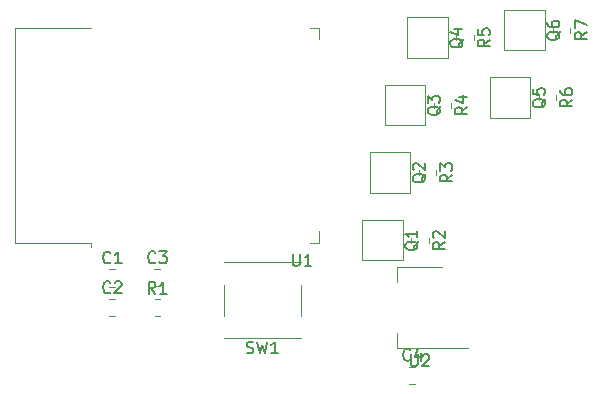
<source format=gbr>
%TF.GenerationSoftware,KiCad,Pcbnew,(6.0.11)*%
%TF.CreationDate,2023-03-20T00:38:49+01:00*%
%TF.ProjectId,prusa-lcd-reader-rounded,70727573-612d-46c6-9364-2d7265616465,rev?*%
%TF.SameCoordinates,Original*%
%TF.FileFunction,Legend,Top*%
%TF.FilePolarity,Positive*%
%FSLAX46Y46*%
G04 Gerber Fmt 4.6, Leading zero omitted, Abs format (unit mm)*
G04 Created by KiCad (PCBNEW (6.0.11)) date 2023-03-20 00:38:49*
%MOMM*%
%LPD*%
G01*
G04 APERTURE LIST*
%ADD10C,0.150000*%
%ADD11C,0.120000*%
G04 APERTURE END LIST*
D10*
%TO.C,U1*%
X130858095Y-93247380D02*
X130858095Y-94056904D01*
X130905714Y-94152142D01*
X130953333Y-94199761D01*
X131048571Y-94247380D01*
X131239047Y-94247380D01*
X131334285Y-94199761D01*
X131381904Y-94152142D01*
X131429523Y-94056904D01*
X131429523Y-93247380D01*
X132429523Y-94247380D02*
X131858095Y-94247380D01*
X132143809Y-94247380D02*
X132143809Y-93247380D01*
X132048571Y-93390238D01*
X131953333Y-93485476D01*
X131858095Y-93533095D01*
%TO.C,Q2*%
X142112619Y-86455238D02*
X142065000Y-86550476D01*
X141969761Y-86645714D01*
X141826904Y-86788571D01*
X141779285Y-86883809D01*
X141779285Y-86979047D01*
X142017380Y-86931428D02*
X141969761Y-87026666D01*
X141874523Y-87121904D01*
X141684047Y-87169523D01*
X141350714Y-87169523D01*
X141160238Y-87121904D01*
X141065000Y-87026666D01*
X141017380Y-86931428D01*
X141017380Y-86740952D01*
X141065000Y-86645714D01*
X141160238Y-86550476D01*
X141350714Y-86502857D01*
X141684047Y-86502857D01*
X141874523Y-86550476D01*
X141969761Y-86645714D01*
X142017380Y-86740952D01*
X142017380Y-86931428D01*
X141112619Y-86121904D02*
X141065000Y-86074285D01*
X141017380Y-85979047D01*
X141017380Y-85740952D01*
X141065000Y-85645714D01*
X141112619Y-85598095D01*
X141207857Y-85550476D01*
X141303095Y-85550476D01*
X141445952Y-85598095D01*
X142017380Y-86169523D01*
X142017380Y-85550476D01*
%TO.C,U2*%
X140843095Y-101742380D02*
X140843095Y-102551904D01*
X140890714Y-102647142D01*
X140938333Y-102694761D01*
X141033571Y-102742380D01*
X141224047Y-102742380D01*
X141319285Y-102694761D01*
X141366904Y-102647142D01*
X141414523Y-102551904D01*
X141414523Y-101742380D01*
X141843095Y-101837619D02*
X141890714Y-101790000D01*
X141985952Y-101742380D01*
X142224047Y-101742380D01*
X142319285Y-101790000D01*
X142366904Y-101837619D01*
X142414523Y-101932857D01*
X142414523Y-102028095D01*
X142366904Y-102170952D01*
X141795476Y-102742380D01*
X142414523Y-102742380D01*
%TO.C,SW1*%
X126936666Y-101609761D02*
X127079523Y-101657380D01*
X127317619Y-101657380D01*
X127412857Y-101609761D01*
X127460476Y-101562142D01*
X127508095Y-101466904D01*
X127508095Y-101371666D01*
X127460476Y-101276428D01*
X127412857Y-101228809D01*
X127317619Y-101181190D01*
X127127142Y-101133571D01*
X127031904Y-101085952D01*
X126984285Y-101038333D01*
X126936666Y-100943095D01*
X126936666Y-100847857D01*
X126984285Y-100752619D01*
X127031904Y-100705000D01*
X127127142Y-100657380D01*
X127365238Y-100657380D01*
X127508095Y-100705000D01*
X127841428Y-100657380D02*
X128079523Y-101657380D01*
X128270000Y-100943095D01*
X128460476Y-101657380D01*
X128698571Y-100657380D01*
X129603333Y-101657380D02*
X129031904Y-101657380D01*
X129317619Y-101657380D02*
X129317619Y-100657380D01*
X129222380Y-100800238D01*
X129127142Y-100895476D01*
X129031904Y-100943095D01*
%TO.C,R7*%
X155722380Y-74461666D02*
X155246190Y-74795000D01*
X155722380Y-75033095D02*
X154722380Y-75033095D01*
X154722380Y-74652142D01*
X154770000Y-74556904D01*
X154817619Y-74509285D01*
X154912857Y-74461666D01*
X155055714Y-74461666D01*
X155150952Y-74509285D01*
X155198571Y-74556904D01*
X155246190Y-74652142D01*
X155246190Y-75033095D01*
X154722380Y-74128333D02*
X154722380Y-73461666D01*
X155722380Y-73890238D01*
%TO.C,R6*%
X154502380Y-80176666D02*
X154026190Y-80510000D01*
X154502380Y-80748095D02*
X153502380Y-80748095D01*
X153502380Y-80367142D01*
X153550000Y-80271904D01*
X153597619Y-80224285D01*
X153692857Y-80176666D01*
X153835714Y-80176666D01*
X153930952Y-80224285D01*
X153978571Y-80271904D01*
X154026190Y-80367142D01*
X154026190Y-80748095D01*
X153502380Y-79319523D02*
X153502380Y-79510000D01*
X153550000Y-79605238D01*
X153597619Y-79652857D01*
X153740476Y-79748095D01*
X153930952Y-79795714D01*
X154311904Y-79795714D01*
X154407142Y-79748095D01*
X154454761Y-79700476D01*
X154502380Y-79605238D01*
X154502380Y-79414761D01*
X154454761Y-79319523D01*
X154407142Y-79271904D01*
X154311904Y-79224285D01*
X154073809Y-79224285D01*
X153978571Y-79271904D01*
X153930952Y-79319523D01*
X153883333Y-79414761D01*
X153883333Y-79605238D01*
X153930952Y-79700476D01*
X153978571Y-79748095D01*
X154073809Y-79795714D01*
%TO.C,R5*%
X147517380Y-75096666D02*
X147041190Y-75430000D01*
X147517380Y-75668095D02*
X146517380Y-75668095D01*
X146517380Y-75287142D01*
X146565000Y-75191904D01*
X146612619Y-75144285D01*
X146707857Y-75096666D01*
X146850714Y-75096666D01*
X146945952Y-75144285D01*
X146993571Y-75191904D01*
X147041190Y-75287142D01*
X147041190Y-75668095D01*
X146517380Y-74191904D02*
X146517380Y-74668095D01*
X146993571Y-74715714D01*
X146945952Y-74668095D01*
X146898333Y-74572857D01*
X146898333Y-74334761D01*
X146945952Y-74239523D01*
X146993571Y-74191904D01*
X147088809Y-74144285D01*
X147326904Y-74144285D01*
X147422142Y-74191904D01*
X147469761Y-74239523D01*
X147517380Y-74334761D01*
X147517380Y-74572857D01*
X147469761Y-74668095D01*
X147422142Y-74715714D01*
%TO.C,R4*%
X145612380Y-80811666D02*
X145136190Y-81145000D01*
X145612380Y-81383095D02*
X144612380Y-81383095D01*
X144612380Y-81002142D01*
X144660000Y-80906904D01*
X144707619Y-80859285D01*
X144802857Y-80811666D01*
X144945714Y-80811666D01*
X145040952Y-80859285D01*
X145088571Y-80906904D01*
X145136190Y-81002142D01*
X145136190Y-81383095D01*
X144945714Y-79954523D02*
X145612380Y-79954523D01*
X144564761Y-80192619D02*
X145279047Y-80430714D01*
X145279047Y-79811666D01*
%TO.C,R3*%
X144342380Y-86526666D02*
X143866190Y-86860000D01*
X144342380Y-87098095D02*
X143342380Y-87098095D01*
X143342380Y-86717142D01*
X143390000Y-86621904D01*
X143437619Y-86574285D01*
X143532857Y-86526666D01*
X143675714Y-86526666D01*
X143770952Y-86574285D01*
X143818571Y-86621904D01*
X143866190Y-86717142D01*
X143866190Y-87098095D01*
X143342380Y-86193333D02*
X143342380Y-85574285D01*
X143723333Y-85907619D01*
X143723333Y-85764761D01*
X143770952Y-85669523D01*
X143818571Y-85621904D01*
X143913809Y-85574285D01*
X144151904Y-85574285D01*
X144247142Y-85621904D01*
X144294761Y-85669523D01*
X144342380Y-85764761D01*
X144342380Y-86050476D01*
X144294761Y-86145714D01*
X144247142Y-86193333D01*
%TO.C,R2*%
X143707380Y-92241666D02*
X143231190Y-92575000D01*
X143707380Y-92813095D02*
X142707380Y-92813095D01*
X142707380Y-92432142D01*
X142755000Y-92336904D01*
X142802619Y-92289285D01*
X142897857Y-92241666D01*
X143040714Y-92241666D01*
X143135952Y-92289285D01*
X143183571Y-92336904D01*
X143231190Y-92432142D01*
X143231190Y-92813095D01*
X142802619Y-91860714D02*
X142755000Y-91813095D01*
X142707380Y-91717857D01*
X142707380Y-91479761D01*
X142755000Y-91384523D01*
X142802619Y-91336904D01*
X142897857Y-91289285D01*
X142993095Y-91289285D01*
X143135952Y-91336904D01*
X143707380Y-91908333D01*
X143707380Y-91289285D01*
%TO.C,R1*%
X119213333Y-96592380D02*
X118880000Y-96116190D01*
X118641904Y-96592380D02*
X118641904Y-95592380D01*
X119022857Y-95592380D01*
X119118095Y-95640000D01*
X119165714Y-95687619D01*
X119213333Y-95782857D01*
X119213333Y-95925714D01*
X119165714Y-96020952D01*
X119118095Y-96068571D01*
X119022857Y-96116190D01*
X118641904Y-96116190D01*
X120165714Y-96592380D02*
X119594285Y-96592380D01*
X119880000Y-96592380D02*
X119880000Y-95592380D01*
X119784761Y-95735238D01*
X119689523Y-95830476D01*
X119594285Y-95878095D01*
%TO.C,Q6*%
X153492619Y-74390238D02*
X153445000Y-74485476D01*
X153349761Y-74580714D01*
X153206904Y-74723571D01*
X153159285Y-74818809D01*
X153159285Y-74914047D01*
X153397380Y-74866428D02*
X153349761Y-74961666D01*
X153254523Y-75056904D01*
X153064047Y-75104523D01*
X152730714Y-75104523D01*
X152540238Y-75056904D01*
X152445000Y-74961666D01*
X152397380Y-74866428D01*
X152397380Y-74675952D01*
X152445000Y-74580714D01*
X152540238Y-74485476D01*
X152730714Y-74437857D01*
X153064047Y-74437857D01*
X153254523Y-74485476D01*
X153349761Y-74580714D01*
X153397380Y-74675952D01*
X153397380Y-74866428D01*
X152397380Y-73580714D02*
X152397380Y-73771190D01*
X152445000Y-73866428D01*
X152492619Y-73914047D01*
X152635476Y-74009285D01*
X152825952Y-74056904D01*
X153206904Y-74056904D01*
X153302142Y-74009285D01*
X153349761Y-73961666D01*
X153397380Y-73866428D01*
X153397380Y-73675952D01*
X153349761Y-73580714D01*
X153302142Y-73533095D01*
X153206904Y-73485476D01*
X152968809Y-73485476D01*
X152873571Y-73533095D01*
X152825952Y-73580714D01*
X152778333Y-73675952D01*
X152778333Y-73866428D01*
X152825952Y-73961666D01*
X152873571Y-74009285D01*
X152968809Y-74056904D01*
%TO.C,Q5*%
X152272619Y-80105238D02*
X152225000Y-80200476D01*
X152129761Y-80295714D01*
X151986904Y-80438571D01*
X151939285Y-80533809D01*
X151939285Y-80629047D01*
X152177380Y-80581428D02*
X152129761Y-80676666D01*
X152034523Y-80771904D01*
X151844047Y-80819523D01*
X151510714Y-80819523D01*
X151320238Y-80771904D01*
X151225000Y-80676666D01*
X151177380Y-80581428D01*
X151177380Y-80390952D01*
X151225000Y-80295714D01*
X151320238Y-80200476D01*
X151510714Y-80152857D01*
X151844047Y-80152857D01*
X152034523Y-80200476D01*
X152129761Y-80295714D01*
X152177380Y-80390952D01*
X152177380Y-80581428D01*
X151177380Y-79248095D02*
X151177380Y-79724285D01*
X151653571Y-79771904D01*
X151605952Y-79724285D01*
X151558333Y-79629047D01*
X151558333Y-79390952D01*
X151605952Y-79295714D01*
X151653571Y-79248095D01*
X151748809Y-79200476D01*
X151986904Y-79200476D01*
X152082142Y-79248095D01*
X152129761Y-79295714D01*
X152177380Y-79390952D01*
X152177380Y-79629047D01*
X152129761Y-79724285D01*
X152082142Y-79771904D01*
%TO.C,Q4*%
X145287619Y-75025238D02*
X145240000Y-75120476D01*
X145144761Y-75215714D01*
X145001904Y-75358571D01*
X144954285Y-75453809D01*
X144954285Y-75549047D01*
X145192380Y-75501428D02*
X145144761Y-75596666D01*
X145049523Y-75691904D01*
X144859047Y-75739523D01*
X144525714Y-75739523D01*
X144335238Y-75691904D01*
X144240000Y-75596666D01*
X144192380Y-75501428D01*
X144192380Y-75310952D01*
X144240000Y-75215714D01*
X144335238Y-75120476D01*
X144525714Y-75072857D01*
X144859047Y-75072857D01*
X145049523Y-75120476D01*
X145144761Y-75215714D01*
X145192380Y-75310952D01*
X145192380Y-75501428D01*
X144525714Y-74215714D02*
X145192380Y-74215714D01*
X144144761Y-74453809D02*
X144859047Y-74691904D01*
X144859047Y-74072857D01*
%TO.C,Q3*%
X143382619Y-80740238D02*
X143335000Y-80835476D01*
X143239761Y-80930714D01*
X143096904Y-81073571D01*
X143049285Y-81168809D01*
X143049285Y-81264047D01*
X143287380Y-81216428D02*
X143239761Y-81311666D01*
X143144523Y-81406904D01*
X142954047Y-81454523D01*
X142620714Y-81454523D01*
X142430238Y-81406904D01*
X142335000Y-81311666D01*
X142287380Y-81216428D01*
X142287380Y-81025952D01*
X142335000Y-80930714D01*
X142430238Y-80835476D01*
X142620714Y-80787857D01*
X142954047Y-80787857D01*
X143144523Y-80835476D01*
X143239761Y-80930714D01*
X143287380Y-81025952D01*
X143287380Y-81216428D01*
X142287380Y-80454523D02*
X142287380Y-79835476D01*
X142668333Y-80168809D01*
X142668333Y-80025952D01*
X142715952Y-79930714D01*
X142763571Y-79883095D01*
X142858809Y-79835476D01*
X143096904Y-79835476D01*
X143192142Y-79883095D01*
X143239761Y-79930714D01*
X143287380Y-80025952D01*
X143287380Y-80311666D01*
X143239761Y-80406904D01*
X143192142Y-80454523D01*
%TO.C,Q1*%
X141477619Y-92170238D02*
X141430000Y-92265476D01*
X141334761Y-92360714D01*
X141191904Y-92503571D01*
X141144285Y-92598809D01*
X141144285Y-92694047D01*
X141382380Y-92646428D02*
X141334761Y-92741666D01*
X141239523Y-92836904D01*
X141049047Y-92884523D01*
X140715714Y-92884523D01*
X140525238Y-92836904D01*
X140430000Y-92741666D01*
X140382380Y-92646428D01*
X140382380Y-92455952D01*
X140430000Y-92360714D01*
X140525238Y-92265476D01*
X140715714Y-92217857D01*
X141049047Y-92217857D01*
X141239523Y-92265476D01*
X141334761Y-92360714D01*
X141382380Y-92455952D01*
X141382380Y-92646428D01*
X141382380Y-91265476D02*
X141382380Y-91836904D01*
X141382380Y-91551190D02*
X140382380Y-91551190D01*
X140525238Y-91646428D01*
X140620476Y-91741666D01*
X140668095Y-91836904D01*
%TO.C,C4*%
X140803333Y-102182142D02*
X140755714Y-102229761D01*
X140612857Y-102277380D01*
X140517619Y-102277380D01*
X140374761Y-102229761D01*
X140279523Y-102134523D01*
X140231904Y-102039285D01*
X140184285Y-101848809D01*
X140184285Y-101705952D01*
X140231904Y-101515476D01*
X140279523Y-101420238D01*
X140374761Y-101325000D01*
X140517619Y-101277380D01*
X140612857Y-101277380D01*
X140755714Y-101325000D01*
X140803333Y-101372619D01*
X141660476Y-101610714D02*
X141660476Y-102277380D01*
X141422380Y-101229761D02*
X141184285Y-101944047D01*
X141803333Y-101944047D01*
%TO.C,C3*%
X119213333Y-93927142D02*
X119165714Y-93974761D01*
X119022857Y-94022380D01*
X118927619Y-94022380D01*
X118784761Y-93974761D01*
X118689523Y-93879523D01*
X118641904Y-93784285D01*
X118594285Y-93593809D01*
X118594285Y-93450952D01*
X118641904Y-93260476D01*
X118689523Y-93165238D01*
X118784761Y-93070000D01*
X118927619Y-93022380D01*
X119022857Y-93022380D01*
X119165714Y-93070000D01*
X119213333Y-93117619D01*
X119546666Y-93022380D02*
X120165714Y-93022380D01*
X119832380Y-93403333D01*
X119975238Y-93403333D01*
X120070476Y-93450952D01*
X120118095Y-93498571D01*
X120165714Y-93593809D01*
X120165714Y-93831904D01*
X120118095Y-93927142D01*
X120070476Y-93974761D01*
X119975238Y-94022380D01*
X119689523Y-94022380D01*
X119594285Y-93974761D01*
X119546666Y-93927142D01*
%TO.C,C2*%
X115403333Y-96467142D02*
X115355714Y-96514761D01*
X115212857Y-96562380D01*
X115117619Y-96562380D01*
X114974761Y-96514761D01*
X114879523Y-96419523D01*
X114831904Y-96324285D01*
X114784285Y-96133809D01*
X114784285Y-95990952D01*
X114831904Y-95800476D01*
X114879523Y-95705238D01*
X114974761Y-95610000D01*
X115117619Y-95562380D01*
X115212857Y-95562380D01*
X115355714Y-95610000D01*
X115403333Y-95657619D01*
X115784285Y-95657619D02*
X115831904Y-95610000D01*
X115927142Y-95562380D01*
X116165238Y-95562380D01*
X116260476Y-95610000D01*
X116308095Y-95657619D01*
X116355714Y-95752857D01*
X116355714Y-95848095D01*
X116308095Y-95990952D01*
X115736666Y-96562380D01*
X116355714Y-96562380D01*
%TO.C,C1*%
X115403333Y-93937142D02*
X115355714Y-93984761D01*
X115212857Y-94032380D01*
X115117619Y-94032380D01*
X114974761Y-93984761D01*
X114879523Y-93889523D01*
X114831904Y-93794285D01*
X114784285Y-93603809D01*
X114784285Y-93460952D01*
X114831904Y-93270476D01*
X114879523Y-93175238D01*
X114974761Y-93080000D01*
X115117619Y-93032380D01*
X115212857Y-93032380D01*
X115355714Y-93080000D01*
X115403333Y-93127619D01*
X116355714Y-94032380D02*
X115784285Y-94032380D01*
X116070000Y-94032380D02*
X116070000Y-93032380D01*
X115974761Y-93175238D01*
X115879523Y-93270476D01*
X115784285Y-93318095D01*
D11*
%TO.C,U1*%
X133070000Y-92305000D02*
X133070000Y-91305000D01*
X132290000Y-92305000D02*
X133070000Y-92305000D01*
X113745000Y-92305000D02*
X113745000Y-92685000D01*
X133070000Y-74065000D02*
X133070000Y-75065000D01*
X132290000Y-74065000D02*
X133070000Y-74065000D01*
X107330000Y-92305000D02*
X113745000Y-92305000D01*
X107330000Y-92305000D02*
X107330000Y-74065000D01*
X107330000Y-74065000D02*
X113745000Y-74065000D01*
%TO.C,Q2*%
X137350500Y-84645500D02*
X137350500Y-88074500D01*
X140779500Y-84645500D02*
X137350500Y-84645500D01*
X137350500Y-88074500D02*
X140779500Y-88074500D01*
X140779500Y-88074500D02*
X140779500Y-84645500D01*
%TO.C,U2*%
X145705000Y-101200000D02*
X139695000Y-101200000D01*
X143455000Y-94380000D02*
X139695000Y-94380000D01*
X139695000Y-94380000D02*
X139695000Y-95640000D01*
X139695000Y-101200000D02*
X139695000Y-99940000D01*
%TO.C,SW1*%
X131500000Y-98455000D02*
X131500000Y-95855000D01*
X125040000Y-98455000D02*
X125040000Y-95855000D01*
X131500000Y-100385000D02*
X125040000Y-100385000D01*
X131500000Y-100355000D02*
X131500000Y-100385000D01*
X131500000Y-93925000D02*
X131500000Y-93955000D01*
X125040000Y-93925000D02*
X125040000Y-93955000D01*
X125040000Y-100385000D02*
X125040000Y-100355000D01*
X131500000Y-93925000D02*
X125040000Y-93925000D01*
%TO.C,R7*%
X154355000Y-74067936D02*
X154355000Y-74522064D01*
X152885000Y-74067936D02*
X152885000Y-74522064D01*
%TO.C,R6*%
X153135000Y-79782936D02*
X153135000Y-80237064D01*
X151665000Y-79782936D02*
X151665000Y-80237064D01*
%TO.C,R5*%
X146150000Y-74702936D02*
X146150000Y-75157064D01*
X144680000Y-74702936D02*
X144680000Y-75157064D01*
%TO.C,R4*%
X144245000Y-80417936D02*
X144245000Y-80872064D01*
X142775000Y-80417936D02*
X142775000Y-80872064D01*
%TO.C,R3*%
X141505000Y-86132936D02*
X141505000Y-86587064D01*
X142975000Y-86132936D02*
X142975000Y-86587064D01*
%TO.C,R2*%
X140870000Y-91847936D02*
X140870000Y-92302064D01*
X142340000Y-91847936D02*
X142340000Y-92302064D01*
%TO.C,R1*%
X119152936Y-97055000D02*
X119607064Y-97055000D01*
X119152936Y-98525000D02*
X119607064Y-98525000D01*
%TO.C,Q6*%
X148730500Y-72580500D02*
X148730500Y-76009500D01*
X152159500Y-72580500D02*
X148730500Y-72580500D01*
X148730500Y-76009500D02*
X152159500Y-76009500D01*
X152159500Y-76009500D02*
X152159500Y-72580500D01*
%TO.C,Q5*%
X147510500Y-78295500D02*
X147510500Y-81724500D01*
X150939500Y-78295500D02*
X147510500Y-78295500D01*
X147510500Y-81724500D02*
X150939500Y-81724500D01*
X150939500Y-81724500D02*
X150939500Y-78295500D01*
%TO.C,Q4*%
X140525500Y-73215500D02*
X140525500Y-76644500D01*
X143954500Y-73215500D02*
X140525500Y-73215500D01*
X140525500Y-76644500D02*
X143954500Y-76644500D01*
X143954500Y-76644500D02*
X143954500Y-73215500D01*
%TO.C,Q3*%
X142049500Y-82359500D02*
X142049500Y-78930500D01*
X138620500Y-82359500D02*
X142049500Y-82359500D01*
X142049500Y-78930500D02*
X138620500Y-78930500D01*
X138620500Y-78930500D02*
X138620500Y-82359500D01*
%TO.C,Q1*%
X140144500Y-93789500D02*
X140144500Y-90360500D01*
X136715500Y-93789500D02*
X140144500Y-93789500D01*
X140144500Y-90360500D02*
X136715500Y-90360500D01*
X136715500Y-90360500D02*
X136715500Y-93789500D01*
%TO.C,C4*%
X140708748Y-104240000D02*
X141231252Y-104240000D01*
X140708748Y-102770000D02*
X141231252Y-102770000D01*
%TO.C,C3*%
X119118748Y-95985000D02*
X119641252Y-95985000D01*
X119118748Y-94515000D02*
X119641252Y-94515000D01*
%TO.C,C2*%
X115308748Y-98525000D02*
X115831252Y-98525000D01*
X115308748Y-97055000D02*
X115831252Y-97055000D01*
%TO.C,C1*%
X115308748Y-94525000D02*
X115831252Y-94525000D01*
X115308748Y-95995000D02*
X115831252Y-95995000D01*
%TD*%
M02*

</source>
